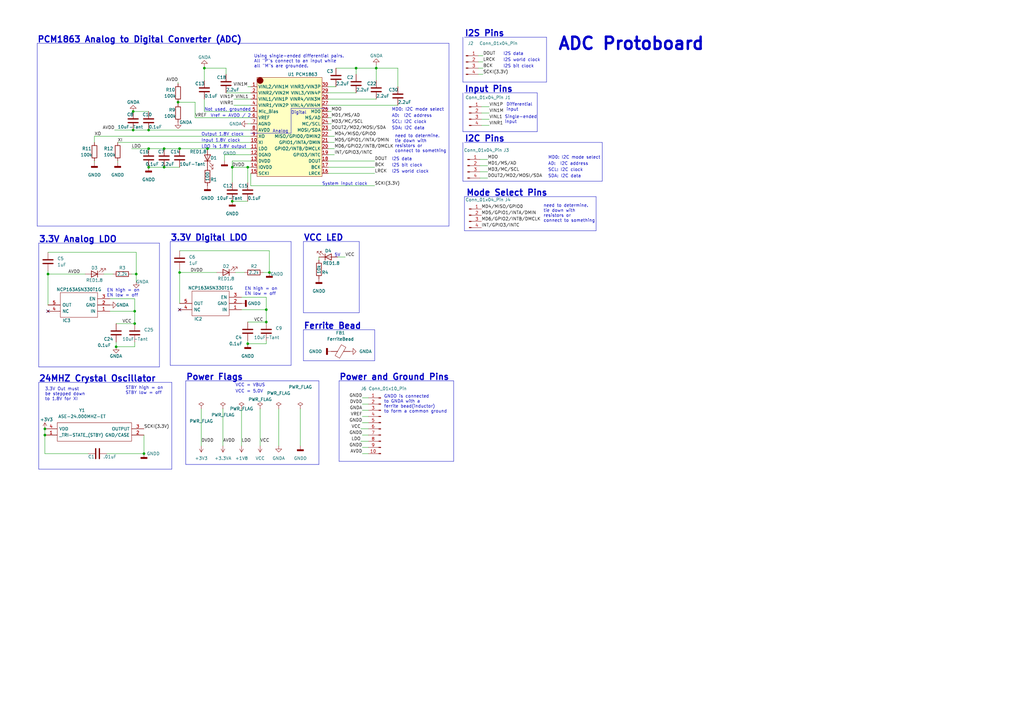
<source format=kicad_sch>
(kicad_sch (version 20230121) (generator eeschema)
  (paper "A3")
  (title_block (title "ADC Protoboard") (date "2023-03-11") (rev "v5") (company "Chameleon Engine 2023"))
  (lib_symbols
    (symbol "+1V8_1" (power) (pin_names (offset 0))
      (property "Value" "+1V8_1" (at 0 3.556 0))
      (symbol "+1V8_1_0_1"
        (polyline (pts (xy -0.762 1.27) (xy 0 2.54)))
        (polyline (pts (xy 0 0) (xy 0 2.54)))
        (polyline (pts (xy 0 2.54) (xy 0.762 1.27)))
      )
      (symbol "+1V8_1_1_1"
        (pin power_in line (at 0 0 90) (length 0) hide (name "+1V8") (number "1"))
      )
    )
    (symbol "Connector:Conn_01x04_Pin" (pin_names (offset 1.016) hide)
      (property "Reference" "J" (at 0 5.08 0))
      (property "Value" "Conn_01x04_Pin" (at 0 -7.62 0))
      (symbol "Conn_01x04_Pin_1_1"
        (polyline (pts (xy 1.27 -5.08) (xy 0.8636 -5.08)) (stroke (width 0.1524)))
        (polyline (pts (xy 1.27 -2.54) (xy 0.8636 -2.54)) (stroke (width 0.1524)))
        (polyline (pts (xy 1.27 0) (xy 0.8636 0)) (stroke (width 0.1524)))
        (polyline (pts (xy 1.27 2.54) (xy 0.8636 2.54)) (stroke (width 0.1524)))
        (rectangle (start 0.8636 -4.953) (end 0 -5.207) (stroke (width 0.1524)) (fill (type outline)))
        (rectangle (start 0.8636 -2.413) (end 0 -2.667) (stroke (width 0.1524)) (fill (type outline)))
        (rectangle (start 0.8636 0.127) (end 0 -0.127) (stroke (width 0.1524)) (fill (type outline)))
        (rectangle (start 0.8636 2.667) (end 0 2.413) (stroke (width 0.1524)) (fill (type outline)))
        (pin passive line (at 5.08 2.54 180) (length 3.81) (name "Pin_1") (number "1"))
        (pin passive line (at 5.08 0 180) (length 3.81) (name "Pin_2") (number "2"))
        (pin passive line (at 5.08 -2.54 180) (length 3.81) (name "Pin_3") (number "3"))
        (pin passive line (at 5.08 -5.08 180) (length 3.81) (name "Pin_4") (number "4"))
      )
    )
    (symbol "Connector:Conn_01x10_Pin" (pin_names (offset 1.016) hide)
      (property "Reference" "J" (at 0 12.7 0))
      (property "Value" "Conn_01x10_Pin" (at 0 -15.24 0))
      (symbol "Conn_01x10_Pin_1_1"
        (polyline (pts (xy 1.27 -12.7) (xy 0.8636 -12.7)) (stroke (width 0.1524)))
        (polyline (pts (xy 1.27 -10.16) (xy 0.8636 -10.16)) (stroke (width 0.1524)))
        (polyline (pts (xy 1.27 -7.62) (xy 0.8636 -7.62)) (stroke (width 0.1524)))
        (polyline (pts (xy 1.27 -5.08) (xy 0.8636 -5.08)) (stroke (width 0.1524)))
        (polyline (pts (xy 1.27 -2.54) (xy 0.8636 -2.54)) (stroke (width 0.1524)))
        (polyline (pts (xy 1.27 0) (xy 0.8636 0)) (stroke (width 0.1524)))
        (polyline (pts (xy 1.27 2.54) (xy 0.8636 2.54)) (stroke (width 0.1524)))
        (polyline (pts (xy 1.27 5.08) (xy 0.8636 5.08)) (stroke (width 0.1524)))
        (polyline (pts (xy 1.27 7.62) (xy 0.8636 7.62)) (stroke (width 0.1524)))
        (polyline (pts (xy 1.27 10.16) (xy 0.8636 10.16)) (stroke (width 0.1524)))
        (rectangle (start 0.8636 -12.573) (end 0 -12.827) (stroke (width 0.1524)) (fill (type outline)))
        (rectangle (start 0.8636 -10.033) (end 0 -10.287) (stroke (width 0.1524)) (fill (type outline)))
        (rectangle (start 0.8636 -7.493) (end 0 -7.747) (stroke (width 0.1524)) (fill (type outline)))
        (rectangle (start 0.8636 -4.953) (end 0 -5.207) (stroke (width 0.1524)) (fill (type outline)))
        (rectangle (start 0.8636 -2.413) (end 0 -2.667) (stroke (width 0.1524)) (fill (type outline)))
        (rectangle (start 0.8636 0.127) (end 0 -0.127) (stroke (width 0.1524)) (fill (type outline)))
        (rectangle (start 0.8636 2.667) (end 0 2.413) (stroke (width 0.1524)) (fill (type outline)))
        (rectangle (start 0.8636 5.207) (end 0 4.953) (stroke (width 0.1524)) (fill (type outline)))
        (rectangle (start 0.8636 7.747) (end 0 7.493) (stroke (width 0.1524)) (fill (type outline)))
        (rectangle (start 0.8636 10.287) (end 0 10.033) (stroke (width 0.1524)) (fill (type outline)))
        (pin passive line (at 5.08 10.16 180) (length 3.81) (name "Pin_1") (number "1"))
        (pin passive line (at 5.08 -12.7 180) (length 3.81) (name "Pin_10") (number "10"))
        (pin passive line (at 5.08 7.62 180) (length 3.81) (name "Pin_2") (number "2"))
        (pin passive line (at 5.08 5.08 180) (length 3.81) (name "Pin_3") (number "3"))
        (pin passive line (at 5.08 2.54 180) (length 3.81) (name "Pin_4") (number "4"))
        (pin passive line (at 5.08 0 180) (length 3.81) (name "Pin_5") (number "5"))
        (pin passive line (at 5.08 -2.54 180) (length 3.81) (name "Pin_6") (number "6"))
        (pin passive line (at 5.08 -5.08 180) (length 3.81) (name "Pin_7") (number "7"))
        (pin passive line (at 5.08 -7.62 180) (length 3.81) (name "Pin_8") (number "8"))
        (pin passive line (at 5.08 -10.16 180) (length 3.81) (name "Pin_9") (number "9"))
      )
    )
    (symbol "Device:C" (pin_numbers hide) (pin_names (offset 0.254))
      (property "Reference" "C" (at 0.635 2.54 0))
      (property "Value" "C" (at 0.635 -2.54 0))
      (symbol "C_0_1"
        (polyline (pts (xy -2.032 -0.762) (xy 2.032 -0.762)) (stroke (width 0.508)))
        (polyline (pts (xy -2.032 0.762) (xy 2.032 0.762)) (stroke (width 0.508)))
      )
      (symbol "C_1_1"
        (pin passive line (at 0 3.81 270) (length 2.794) (name "~") (number "1"))
        (pin passive line (at 0 -3.81 90) (length 2.794) (name "~") (number "2"))
      )
    )
    (symbol "Device:FerriteBead" (pin_numbers hide) (pin_names (offset 0))
      (property "Reference" "FB" (at -3.81 0.635 90))
      (property "Value" "FerriteBead" (at 3.81 0 90))
      (symbol "FerriteBead_0_1"
        (polyline (pts (xy 0 -1.27) (xy 0 -1.2192)))
        (polyline (pts (xy 0 1.27) (xy 0 1.2954)))
        (polyline (pts (xy -2.7686 0.4064) (xy -1.7018 2.2606) (xy 2.7686 -0.3048) (xy 1.6764 -2.159) (xy -2.7686 0.4064)))
      )
      (symbol "FerriteBead_1_1"
        (pin passive line (at 0 3.81 270) (length 2.54) (name "~") (number "1"))
        (pin passive line (at 0 -3.81 90) (length 2.54) (name "~") (number "2"))
      )
    )
    (symbol "Device:LED" (pin_numbers hide) (pin_names (offset 1.016) hide)
      (property "Reference" "D" (at 0 2.54 0))
      (property "Value" "LED" (at 0 -2.54 0))
      (symbol "LED_0_1"
        (polyline (pts (xy -1.27 -1.27) (xy -1.27 1.27)) (stroke (width 0.254)))
        (polyline (pts (xy -1.27 0) (xy 1.27 0)))
        (polyline (pts (xy 1.27 -1.27) (xy 1.27 1.27) (xy -1.27 0) (xy 1.27 -1.27)) (stroke (width 0.254)))
        (polyline (pts (xy -3.048 -0.762) (xy -4.572 -2.286) (xy -3.81 -2.286) (xy -4.572 -2.286) (xy -4.572 -1.524)))
        (polyline (pts (xy -1.778 -0.762) (xy -3.302 -2.286) (xy -2.54 -2.286) (xy -3.302 -2.286) (xy -3.302 -1.524)))
      )
      (symbol "LED_1_1"
        (pin passive line (at -3.81 0 0) (length 2.54) (name "K") (number "1"))
        (pin passive line (at 3.81 0 180) (length 2.54) (name "A") (number "2"))
      )
    )
    (symbol "Device:R" (pin_numbers hide) (pin_names (offset 0))
      (property "Reference" "R" (at 2.032 0 90))
      (property "Value" "R" (at 0 0 90))
      (symbol "R_0_1"
        (rectangle (start -1.016 -2.54) (end 1.016 2.54) (stroke (width 0.254)))
      )
      (symbol "R_1_1"
        (pin passive line (at 0 3.81 270) (length 1.27) (name "~") (number "1"))
        (pin passive line (at 0 -3.81 90) (length 1.27) (name "~") (number "2"))
      )
    )
    (symbol "PWR_FLAG_1" (power) (pin_numbers hide) (pin_names (offset 0) hide)
      (property "Value" "PWR_FLAG_1" (at 0 3.81 0))
      (symbol "PWR_FLAG_1_0_0"
        (pin power_out line (at 0 0 90) (length 0) (name "pwr") (number "1"))
      )
      (symbol "PWR_FLAG_1_0_1"
        (polyline (pts (xy 0 0) (xy 0 1.27) (xy -1.016 1.905) (xy 0 2.54) (xy 1.016 1.905) (xy 0 1.27)))
      )
    )
    (symbol "PWR_FLAG_4" (power) (pin_numbers hide) (pin_names (offset 0) hide)
      (property "Value" "PWR_FLAG_4" (at 0 3.81 0))
      (symbol "PWR_FLAG_4_0_0"
        (pin power_out line (at 0 0 90) (length 0) (name "pwr") (number "1"))
      )
      (symbol "PWR_FLAG_4_0_1"
        (polyline (pts (xy 0 0) (xy 0 1.27) (xy -1.016 1.905) (xy 0 2.54) (xy 1.016 1.905) (xy 0 1.27)))
      )
    )
    (symbol "VCC_3" (power) (pin_names (offset 0))
      (property "Value" "VCC_3" (at 0 3.81 0))
      (symbol "VCC_3_0_1"
        (polyline (pts (xy -0.762 1.27) (xy 0 2.54)))
        (polyline (pts (xy 0 0) (xy 0 2.54)))
        (polyline (pts (xy 0 2.54) (xy 0.762 1.27)))
      )
      (symbol "VCC_3_1_1"
        (pin power_in line (at 0 0 90) (length 0) hide (name "VCC") (number "1"))
      )
    )
    (symbol "custom_lib:ASE-24.000MHZ-ET" (pin_names (offset 0.762))
      (property "Reference" "Y" (at 46.99 7.62 0))
      (property "Value" "ASE-24.000MHZ-ET" (at 46.99 5.08 0))
      (symbol "ASE-24.000MHZ-ET_0_0"
        (pin passive line (at 10.16 -2.54 0) (length 5.08) (name "_TRI-STATE_(STBY)") (number "1"))
        (pin passive line (at 50.8 -2.54 180) (length 5.08) (name "GND/CASE") (number "2"))
        (pin passive line (at 50.8 0 180) (length 5.08) (name "OUTPUT") (number "3"))
        (pin passive line (at 10.16 0 0) (length 5.08) (name "VDD") (number "4"))
      )
      (symbol "ASE-24.000MHZ-ET_0_1"
        (polyline (pts (xy 15.24 2.54) (xy 45.72 2.54) (xy 45.72 -5.08) (xy 15.24 -5.08) (xy 15.24 2.54)) (stroke (width 0.1524)))
      )
    )
    (symbol "custom_lib:NCP163ASN330T1G" (pin_names (offset 0.762))
      (property "Reference" "IC" (at 21.59 7.62 0))
      (property "Value" "NCP163ASN330T1G" (at 21.59 5.08 0))
      (symbol "NCP163ASN330T1G_0_0"
        (pin passive line (at 0 0 0) (length 5.08) (name "IN") (number "1"))
        (pin passive line (at 0 -2.54 0) (length 5.08) (name "GND") (number "2"))
        (pin passive line (at 0 -5.08 0) (length 5.08) (name "EN") (number "3"))
        (pin no_connect line (at 25.4 0 180) (length 5.08) (name "NC") (number "4"))
        (pin passive line (at 25.4 -2.54 180) (length 5.08) (name "OUT") (number "5"))
      )
      (symbol "NCP163ASN330T1G_0_1"
        (polyline (pts (xy 5.08 2.54) (xy 20.32 2.54) (xy 20.32 -7.62) (xy 5.08 -7.62) (xy 5.08 2.54)) (stroke (width 0.1524)))
      )
    )
    (symbol "custom_lib:PCM1863"
      (property "Reference" "U" (at 25.4 1.27 0))
      (property "Value" "PCM1863" (at 7.62 1.27 0))
      (symbol "PCM1863_0_1"
        (rectangle (start 0 2.54) (end 26.67 -38.1) (fill (type background)))
        (circle (center 1.27 1.27) (radius 1.27) (fill (type outline)))
      )
      (symbol "PCM1863_1_1"
        (pin passive line (at -2.54 -1.27 0) (length 2.54) (name "VINL2/VIN1M") (number "1"))
        (pin passive line (at -2.54 -24.13 0) (length 2.54) (name "XI") (number "10"))
        (pin passive line (at -2.54 -26.67 0) (length 2.54) (name "LDO") (number "11"))
        (pin passive line (at -2.54 -29.21 0) (length 2.54) (name "DGND") (number "12"))
        (pin passive line (at -2.54 -31.75 0) (length 2.54) (name "DVDD") (number "13"))
        (pin passive line (at -2.54 -34.29 0) (length 2.54) (name "IOVDD") (number "14"))
        (pin passive line (at -2.54 -36.83 0) (length 2.54) (name "SCKI") (number "15"))
        (pin passive line (at 29.21 -36.83 180) (length 2.54) (name "LRCK") (number "16"))
        (pin passive line (at 29.21 -34.29 180) (length 2.54) (name "BCK") (number "17"))
        (pin passive line (at 29.21 -31.75 180) (length 2.54) (name "DOUT") (number "18"))
        (pin passive line (at 29.21 -29.21 180) (length 2.54) (name "GPIO3/INTC") (number "19"))
        (pin passive line (at -2.54 -3.81 0) (length 2.54) (name "VINR2/VIN2M") (number "2"))
        (pin passive line (at 29.21 -26.67 180) (length 2.54) (name "GPIO2/INTB/DMCLK") (number "20"))
        (pin passive line (at 29.21 -24.13 180) (length 2.54) (name "GPIO1/INTA/DMIN") (number "21"))
        (pin passive line (at 29.21 -21.59 180) (length 2.54) (name "MISO/GPIO0/DMIN2") (number "22"))
        (pin passive line (at 29.21 -19.05 180) (length 2.54) (name "MOSI/SDA") (number "23"))
        (pin passive line (at 29.21 -16.51 180) (length 2.54) (name "MC/SCL") (number "24"))
        (pin passive line (at 29.21 -13.97 180) (length 2.54) (name "MS/AD") (number "25"))
        (pin passive line (at 29.21 -11.43 180) (length 2.54) (name "MD0") (number "26"))
        (pin passive line (at 29.21 -8.89 180) (length 2.54) (name "VINL4/VIN4M") (number "27"))
        (pin passive line (at 29.21 -6.35 180) (length 2.54) (name "VINR4/VIN3M") (number "28"))
        (pin passive line (at 29.21 -3.81 180) (length 2.54) (name "VINL3/VIN4P") (number "29"))
        (pin passive line (at -2.54 -6.35 0) (length 2.54) (name "VINL1/VIN1P") (number "3"))
        (pin passive line (at 29.21 -1.27 180) (length 2.54) (name "VINR3/VIN3P") (number "30"))
        (pin passive line (at -2.54 -8.89 0) (length 2.54) (name "VINR1/VIN2P") (number "4"))
        (pin passive line (at -2.54 -11.43 0) (length 2.54) (name "Mic_Bias") (number "5"))
        (pin passive line (at -2.54 -13.97 0) (length 2.54) (name "VREF") (number "6"))
        (pin passive line (at -2.54 -16.51 0) (length 2.54) (name "AGND") (number "7"))
        (pin passive line (at -2.54 -19.05 0) (length 2.54) (name "AVDD") (number "8"))
        (pin passive line (at -2.54 -21.59 0) (length 2.54) (name "XO") (number "9"))
      )
    )
    (symbol "power:+3.3V" (power) (pin_names (offset 0))
      (property "Value" "+3.3V" (at 0 3.556 0))
      (symbol "+3.3V_0_1"
        (polyline (pts (xy -0.762 1.27) (xy 0 2.54)))
        (polyline (pts (xy 0 0) (xy 0 2.54)))
        (polyline (pts (xy 0 2.54) (xy 0.762 1.27)))
      )
      (symbol "+3.3V_1_1"
        (pin power_in line (at 0 0 90) (length 0) hide (name "+3V3") (number "1"))
      )
    )
    (symbol "power:+3.3VA" (power) (pin_names (offset 0))
      (property "Value" "+3.3VA" (at 0 3.556 0))
      (symbol "+3.3VA_0_1"
        (polyline (pts (xy -0.762 1.27) (xy 0 2.54)))
        (polyline (pts (xy 0 0) (xy 0 2.54)))
        (polyline (pts (xy 0 2.54) (xy 0.762 1.27)))
      )
      (symbol "+3.3VA_1_1"
        (pin power_in line (at 0 0 90) (length 0) hide (name "+3.3VA") (number "1"))
      )
    )
    (symbol "power:GNDA" (power) (pin_names (offset 0))
      (property "Value" "GNDA" (at 0 -3.81 0))
      (symbol "GNDA_0_1"
        (polyline (pts (xy 0 0) (xy 0 -1.27) (xy 1.27 -1.27) (xy 0 -2.54) (xy -1.27 -1.27) (xy 0 -1.27)))
      )
      (symbol "GNDA_1_1"
        (pin power_in line (at 0 0 270) (length 0) hide (name "GNDA") (number "1"))
      )
    )
    (symbol "power:GNDD" (power) (pin_names (offset 0))
      (property "Value" "GNDD" (at 0 -3.175 0))
      (symbol "GNDD_0_1"
        (rectangle (start -1.27 -1.524) (end 1.27 -2.032) (stroke (width 0.254)) (fill (type outline)))
        (polyline (pts (xy 0 0) (xy 0 -1.524)))
      )
      (symbol "GNDD_1_1"
        (pin power_in line (at 0 0 270) (length 0) hide (name "GNDD") (number "1"))
      )
    )
  )
  (junction (at 55.88 112.395))
  (junction (at 60.96 68.58))
  (junction (at 83.82 27.94))
  (junction (at 60.96 60.96))
  (junction (at 101.6 68.58))
  (junction (at 73.66 60.96))
  (junction (at 95.25 82.55))
  (junction (at 85.09 60.96))
  (junction (at 18.415 175.895))
  (junction (at 73.025 41.91))
  (junction (at 18.415 178.435))
  (junction (at 146.05 27.94))
  (junction (at 55.245 127.635))
  (junction (at 19.685 112.395))
  (junction (at 110.49 111.76))
  (junction (at 54.61 45.72))
  (junction (at 67.31 68.58))
  (junction (at 55.245 132.715))
  (junction (at 101.6 140.97))
  (junction (at 54.61 53.34))
  (junction (at 95.25 68.58))
  (junction (at 109.22 132.08))
  (junction (at 67.31 60.96))
  (junction (at 47.625 142.24))
  (junction (at 60.96 53.34))
  (junction (at 154.305 27.94))
  (junction (at 59.055 186.055))
  (junction (at 109.22 127))
  (junction (at 73.66 111.76))
  (no_connect (at 73.66 127))
  (no_connect (at 19.685 127.635))
  (polyline (pts (xy 190.5 80.645) (xy 190.5 94.615)))
  (wire (pts (xy 95.885 40.64) (xy 102.87 40.64)))
  (polyline (pts (xy 124.46 99.06) (xy 124.46 128.27)))
  (wire (pts (xy 200.66 48.895) (xy 197.485 48.895)))
  (wire (pts (xy 148.59 183.515) (xy 151.13 183.515)))
  (wire (pts (xy 146.05 27.94) (xy 154.305 27.94)))
  (wire (pts (xy 48.26 58.42) (xy 102.87 58.42)))
  (wire (pts (xy 67.31 60.96) (xy 60.96 60.96)))
  (wire (pts (xy 109.22 140.97) (xy 101.6 140.97)))
  (wire (pts (xy 146.05 27.94) (xy 146.05 30.48)))
  (wire (pts (xy 101.6 132.08) (xy 109.22 132.08)))
  (wire (pts (xy 95.25 66.04) (xy 95.25 68.58)))
  (polyline (pts (xy 15.24 17.78) (xy 184.15 17.78)))
  (wire (pts (xy 148.59 168.275) (xy 151.13 168.275)))
  (wire (pts (xy 134.62 48.26) (xy 135.89 48.26)))
  (wire (pts (xy 92.075 63.5) (xy 102.87 63.5)))
  (wire (pts (xy 38.735 55.88) (xy 102.87 55.88)))
  (wire (pts (xy 47.625 132.715) (xy 55.245 132.715)))
  (wire (pts (xy 107.95 111.76) (xy 110.49 111.76)))
  (wire (pts (xy 102.87 71.12) (xy 102.87 76.2)))
  (wire (pts (xy 134.62 66.04) (xy 153.67 66.04)))
  (wire (pts (xy 19.685 111.125) (xy 19.685 112.395)))
  (wire (pts (xy 198.12 30.48) (xy 196.215 30.48)))
  (wire (pts (xy 109.22 139.7) (xy 109.22 140.97)))
  (wire (pts (xy 38.735 66.04) (xy 38.735 66.675)))
  (wire (pts (xy 55.88 115.57) (xy 55.88 112.395)))
  (polyline (pts (xy 69.85 99.06) (xy 119.38 99.06)))
  (wire (pts (xy 200.025 65.405) (xy 196.85 65.405)))
  (polyline (pts (xy 247.015 74.295) (xy 247.015 58.42)))
  (wire (pts (xy 59.055 186.055) (xy 43.815 186.055)))
  (polyline (pts (xy 15.875 150.495) (xy 15.875 99.695)))
  (wire (pts (xy 60.96 68.58) (xy 67.31 68.58)))
  (wire (pts (xy 80.01 48.26) (xy 102.87 48.26)))
  (polyline (pts (xy 184.15 92.71) (xy 184.15 17.78)))
  (polyline (pts (xy 189.865 15.24) (xy 189.865 33.655)))
  (polyline (pts (xy 189.865 33.655) (xy 224.155 33.655)))
  (wire (pts (xy 109.22 127) (xy 99.06 127)))
  (polyline (pts (xy 124.46 147.955) (xy 153.67 147.955)))
  (polyline (pts (xy 147.32 99.06) (xy 147.32 128.27)))
  (wire (pts (xy 200.025 73.025) (xy 196.85 73.025)))
  (polyline (pts (xy 15.875 99.695) (xy 65.405 99.695)))
  (wire (pts (xy 163.195 27.94) (xy 154.305 27.94)))
  (wire (pts (xy 101.6 68.58) (xy 101.6 74.93)))
  (wire (pts (xy 95.885 43.18) (xy 102.87 43.18)))
  (wire (pts (xy 134.62 35.56) (xy 137.795 35.56)))
  (polyline (pts (xy 189.865 53.975) (xy 220.345 53.975)))
  (polyline (pts (xy 190.5 58.42) (xy 247.015 58.42)))
  (wire (pts (xy 198.12 25.4) (xy 196.215 25.4)))
  (polyline (pts (xy 153.67 147.955) (xy 153.67 135.255)))
  (wire (pts (xy 95.25 68.58) (xy 101.6 68.58)))
  (wire (pts (xy 106.68 167.64) (xy 106.68 182.88)))
  (wire (pts (xy 130.81 105.41) (xy 130.81 106.68)))
  (polyline (pts (xy 119.38 99.06) (xy 119.38 149.86)))
  (polyline (pts (xy 70.485 192.405) (xy 15.875 192.405)))
  (wire (pts (xy 18.415 175.895) (xy 18.415 178.435)))
  (wire (pts (xy 148.59 165.735) (xy 151.13 165.735)))
  (polyline (pts (xy 189.865 58.42) (xy 189.865 74.295)))
  (wire (pts (xy 55.245 127.635) (xy 45.085 127.635)))
  (polyline (pts (xy 102.87 54.61) (xy 119.38 54.61)))
  (wire (pts (xy 102.87 76.2) (xy 153.67 76.2)))
  (wire (pts (xy 154.305 26.67) (xy 154.305 27.94)))
  (polyline (pts (xy 76.2 156.21) (xy 130.81 156.21)))
  (polyline (pts (xy 119.38 44.45) (xy 134.62 44.45)))
  (wire (pts (xy 42.545 112.395) (xy 46.355 112.395)))
  (wire (pts (xy 198.12 27.94) (xy 196.215 27.94)))
  (wire (pts (xy 73.66 102.87) (xy 110.49 102.87)))
  (wire (pts (xy 60.96 53.34) (xy 102.87 53.34)))
  (polyline (pts (xy 15.24 17.78) (xy 15.24 92.71)))
  (wire (pts (xy 73.025 34.29) (xy 73.025 33.655)))
  (wire (pts (xy 200.025 67.945) (xy 196.85 67.945)))
  (wire (pts (xy 54.61 53.34) (xy 60.96 53.34)))
  (polyline (pts (xy 69.85 149.86) (xy 69.85 99.06)))
  (wire (pts (xy 19.685 112.395) (xy 19.685 125.095)))
  (wire (pts (xy 148.59 178.435) (xy 151.13 178.435)))
  (wire (pts (xy 134.62 55.88) (xy 137.16 55.88)))
  (wire (pts (xy 55.88 112.395) (xy 53.975 112.395)))
  (polyline (pts (xy 76.2 190.5) (xy 130.81 190.5)))
  (polyline (pts (xy 186.055 189.23) (xy 186.055 156.21)))
  (wire (pts (xy 53.975 60.96) (xy 60.96 60.96)))
  (wire (pts (xy 82.55 167.64) (xy 82.55 182.88)))
  (wire (pts (xy 110.49 102.87) (xy 110.49 111.76)))
  (wire (pts (xy 148.59 170.815) (xy 151.13 170.815)))
  (wire (pts (xy 48.26 66.675) (xy 48.26 66.04)))
  (polyline (pts (xy 190.5 15.24) (xy 224.155 15.24)))
  (wire (pts (xy 114.3 167.64) (xy 114.3 182.88)))
  (wire (pts (xy 73.025 41.91) (xy 80.01 41.91)))
  (wire (pts (xy 134.62 63.5) (xy 137.16 63.5)))
  (wire (pts (xy 148.59 186.055) (xy 151.13 186.055)))
  (wire (pts (xy 18.415 186.055) (xy 36.195 186.055)))
  (wire (pts (xy 148.59 163.195) (xy 151.13 163.195)))
  (wire (pts (xy 73.66 60.96) (xy 85.09 60.96)))
  (wire (pts (xy 109.22 127) (xy 109.22 132.08)))
  (wire (pts (xy 47.625 142.24) (xy 47.625 140.335)))
  (wire (pts (xy 45.085 122.555) (xy 55.245 122.555)))
  (wire (pts (xy 80.01 41.91) (xy 80.01 48.26)))
  (wire (pts (xy 147.955 180.975) (xy 151.13 180.975)))
  (polyline (pts (xy 190.5 94.615) (xy 244.475 94.615)))
  (wire (pts (xy 101.6 140.97) (xy 101.6 139.7)))
  (wire (pts (xy 138.43 105.41) (xy 141.605 105.41)))
  (wire (pts (xy 91.44 167.64) (xy 91.44 182.88)))
  (wire (pts (xy 123.19 167.64) (xy 123.19 182.88)))
  (wire (pts (xy 18.415 186.055) (xy 18.415 178.435)))
  (polyline (pts (xy 184.15 92.71) (xy 15.24 92.71)))
  (wire (pts (xy 198.12 22.86) (xy 196.215 22.86)))
  (wire (pts (xy 109.22 121.92) (xy 109.22 127)))
  (polyline (pts (xy 190.5 38.1) (xy 220.345 38.1)))
  (wire (pts (xy 83.82 45.72) (xy 102.87 45.72)))
  (wire (pts (xy 154.305 27.94) (xy 154.305 33.02)))
  (wire (pts (xy 96.52 111.76) (xy 100.33 111.76)))
  (polyline (pts (xy 124.46 135.255) (xy 124.46 147.955)))
  (polyline (pts (xy 189.865 38.1) (xy 189.865 53.975)))
  (wire (pts (xy 134.62 43.18) (xy 163.195 43.18)))
  (polyline (pts (xy 190.5 80.645) (xy 244.475 80.645)))
  (wire (pts (xy 46.99 53.34) (xy 54.61 53.34)))
  (wire (pts (xy 99.06 121.92) (xy 109.22 121.92)))
  (polyline (pts (xy 119.38 54.61) (xy 119.38 44.45)))
  (polyline (pts (xy 15.875 192.405) (xy 15.875 156.845)))
  (wire (pts (xy 134.62 40.64) (xy 154.305 40.64)))
  (wire (pts (xy 85.09 60.96) (xy 102.87 60.96)))
  (wire (pts (xy 148.59 173.355) (xy 151.13 173.355)))
  (wire (pts (xy 134.62 68.58) (xy 153.67 68.58)))
  (wire (pts (xy 59.055 178.435) (xy 59.055 186.055)))
  (polyline (pts (xy 224.155 33.655) (xy 224.155 15.24)))
  (wire (pts (xy 83.82 27.94) (xy 83.82 27.305)))
  (wire (pts (xy 83.82 33.02) (xy 83.82 27.94)))
  (polyline (pts (xy 139.065 156.21) (xy 186.055 156.21)))
  (wire (pts (xy 38.735 55.88) (xy 38.735 58.42)))
  (polyline (pts (xy 76.2 156.21) (xy 76.2 190.5)))
  (wire (pts (xy 55.245 142.24) (xy 55.245 140.335)))
  (wire (pts (xy 73.66 111.76) (xy 73.66 124.46)))
  (wire (pts (xy 200.66 46.355) (xy 197.485 46.355)))
  (wire (pts (xy 147.955 175.895) (xy 151.13 175.895)))
  (polyline (pts (xy 147.32 128.27) (xy 124.46 128.27)))
  (wire (pts (xy 134.62 38.1) (xy 146.05 38.1)))
  (polyline (pts (xy 70.485 156.845) (xy 70.485 192.405)))
  (wire (pts (xy 73.025 41.91) (xy 73.025 42.545)))
  (wire (pts (xy 92.71 30.48) (xy 92.71 27.94)))
  (wire (pts (xy 73.66 110.49) (xy 73.66 111.76)))
  (polyline (pts (xy 124.46 135.255) (xy 153.67 135.255)))
  (polyline (pts (xy 139.065 189.23) (xy 186.055 189.23)))
  (wire (pts (xy 134.62 71.12) (xy 153.67 71.12)))
  (wire (pts (xy 200.025 70.485) (xy 196.85 70.485)))
  (wire (pts (xy 92.71 38.1) (xy 102.87 38.1)))
  (wire (pts (xy 101.6 68.58) (xy 102.87 68.58)))
  (polyline (pts (xy 130.81 190.5) (xy 130.81 156.21)))
  (wire (pts (xy 19.685 103.505) (xy 55.88 103.505)))
  (wire (pts (xy 67.31 60.96) (xy 73.66 60.96)))
  (wire (pts (xy 83.82 40.64) (xy 83.82 45.72)))
  (wire (pts (xy 95.25 82.55) (xy 101.6 82.55)))
  (wire (pts (xy 55.88 103.505) (xy 55.88 112.395)))
  (wire (pts (xy 19.685 112.395) (xy 34.925 112.395)))
  (wire (pts (xy 92.075 66.04) (xy 92.075 63.5)))
  (wire (pts (xy 95.25 74.93) (xy 95.25 68.58)))
  (wire (pts (xy 55.245 122.555) (xy 55.245 127.635)))
  (polyline (pts (xy 65.405 99.695) (xy 65.405 150.495)))
  (polyline (pts (xy 119.38 149.86) (xy 69.85 149.86)))
  (wire (pts (xy 200.66 43.815) (xy 197.485 43.815)))
  (wire (pts (xy 134.62 58.42) (xy 137.16 58.42)))
  (polyline (pts (xy 189.865 74.295) (xy 247.015 74.295)))
  (wire (pts (xy 99.06 167.64) (xy 99.06 182.88)))
  (polyline (pts (xy 139.065 156.21) (xy 139.065 189.23)))
  (wire (pts (xy 101.6 35.56) (xy 102.87 35.56)))
  (polyline (pts (xy 244.475 94.615) (xy 244.475 80.645)))
  (wire (pts (xy 200.66 51.435) (xy 197.485 51.435)))
  (wire (pts (xy 163.195 27.94) (xy 163.195 35.56)))
  (wire (pts (xy 83.82 27.94) (xy 92.71 27.94)))
  (wire (pts (xy 137.795 27.94) (xy 146.05 27.94)))
  (polyline (pts (xy 220.345 53.975) (xy 220.345 38.1)))
  (wire (pts (xy 134.62 45.72) (xy 135.89 45.72)))
  (wire (pts (xy 67.31 68.58) (xy 73.66 68.58)))
  (wire (pts (xy 55.245 127.635) (xy 55.245 132.715)))
  (polyline (pts (xy 15.875 156.845) (xy 70.485 156.845)))
  (wire (pts (xy 134.62 53.34) (xy 135.89 53.34)))
  (wire (pts (xy 54.61 45.72) (xy 60.96 45.72)))
  (polyline (pts (xy 65.405 150.495) (xy 15.875 150.495)))
  (wire (pts (xy 134.62 50.8) (xy 135.89 50.8)))
  (wire (pts (xy 47.625 142.24) (xy 55.245 142.24)))
  (wire (pts (xy 134.62 60.96) (xy 137.16 60.96)))
  (polyline (pts (xy 124.46 99.06) (xy 147.32 99.06)))
  (wire (pts (xy 102.87 66.04) (xy 95.25 66.04)))
  (wire (pts (xy 73.66 111.76) (xy 88.9 111.76)))
  (wire (pts (xy 101.6 50.8) (xy 102.87 50.8)))
  (text "Digital\n" (at 119.38 46.99 0) (effects (font (size 1.27 1.27)) (justify left bottom)))
  (text "I2S world clock\n" (at 160.655 71.12 0) (effects (font (size 1.27 1.27)) (justify left bottom)))
  (text "Output 1.8V clock" (at 82.55 55.88 0) (effects (font (size 1.27 1.27)) (justify left bottom)))
  (text "5V" (at 137.16 105.41 0) (effects (font (size 1.27 1.27)) (justify left bottom)))
  (text "Vref = AVDD / 2" (at 86.36 48.26 0) (effects (font (size 1.27 1.27)) (justify left bottom)))
  (text "I2S data\n" (at 160.655 66.04 0) (effects (font (size 1.27 1.27)) (justify left bottom)))
  (text "MD0: I2C mode select\n" (at 224.79 65.405 0) (effects (font (size 1.27 1.27)) (justify left bottom)))
  (text "System input clock" (at 132.08 76.2 0) (effects (font (size 1.27 1.27)) (justify left bottom)))
  (text "need to determine.\ntie down with \nresistors or\nconnect to something\n\n" (at 222.885 93.345 0) (effects (font (size 1.27 1.27)) (justify left bottom)))
  (text "I2C Pins" (at 190.5 58.42 0) (effects (font (size 2.5 2.5) (thickness 0.5) bold) (justify left bottom)))
  (text "Power Flags\n" (at 76.2 156.21 0) (effects (font (size 2.5 2.5) (thickness 0.5) bold) (justify left bottom)))
  (text "STBY high = on\nSTBY low = off" (at 51.435 161.925 0) (effects (font (size 1.27 1.27)) (justify left bottom)))
  (text "SCL: I2C clock\n" (at 160.655 50.8 0) (effects (font (size 1.27 1.27)) (justify left bottom)))
  (text "I2S Pins" (at 190.5 15.24 0) (effects (font (size 2.5 2.5) (thickness 0.5) bold) (justify left bottom)))
  (text "MD0: I2C mode select\n" (at 160.655 45.72 0) (effects (font (size 1.27 1.27)) (justify left bottom)))
  (text "LDO is 1.8V output\n" (at 82.55 60.96 0) (effects (font (size 1.27 1.27)) (justify left bottom)))
  (text "GNDD is connected\nto GNDA with a \nferrite bead(inductor)\nto form a common ground\n" (at 157.48 169.545 0) (effects (font (size 1.27 1.27)) (justify left bottom)))
  (text "I2S bit clock" (at 160.655 68.58 0) (effects (font (size 1.27 1.27)) (justify left bottom)))
  (text "EN high = on\nEN low = off\n" (at 43.815 121.92 0) (effects (font (size 1.27 1.27)) (justify left bottom)))
  (text "PCM1863 Analog to Digital Converter (ADC)" (at 15.24 17.78 0) (effects (font (size 2.5 2.5) (thickness 0.5) bold) (justify left bottom)))
  (text "VCC LED" (at 124.46 99.06 0) (effects (font (size 2.5 2.5) (thickness 0.5) bold) (justify left bottom)))
  (text "ADC Protoboard" (at 228.6 20.955 0) (effects (font (size 5 5) bold) (justify left bottom)))
  (text "need to determine.\ntie down with \nresistors or\nconnect to something\n\n" (at 161.925 64.77 0) (effects (font (size 1.27 1.27)) (justify left bottom)))
  (text "SDA: I2C data" (at 160.655 53.34 0) (effects (font (size 1.27 1.27)) (justify left bottom)))
  (text "3.3V Analog LDO" (at 15.875 99.695 0) (effects (font (size 2.5 2.5) (thickness 0.5) bold) (justify left bottom)))
  (text "SCL: I2C clock\n" (at 224.79 70.485 0) (effects (font (size 1.27 1.27)) (justify left bottom)))
  (text "3.3V Out must\nbe stepped down\nto 1.8V for XI\n" (at 18.415 164.465 0) (effects (font (size 1.27 1.27)) (justify left bottom)))
  (text "Input 1.8V clock" (at 82.55 58.42 0) (effects (font (size 1.27 1.27)) (justify left bottom)))
  (text "3.3V Digital LDO" (at 69.85 99.06 0) (effects (font (size 2.5 2.5) (thickness 0.5) bold) (justify left bottom)))
  (text "I2S bit clock" (at 206.375 27.94 0) (effects (font (size 1.27 1.27)) (justify left bottom)))
  (text "Single-ended\ninput" (at 207.01 50.8 0) (effects (font (size 1.27 1.27)) (justify left bottom)))
  (text "Not used, grounded" (at 83.82 45.72 0) (effects (font (size 1.27 1.27)) (justify left bottom)))
  (text "VCC = VBUS\n" (at 96.52 158.75 0) (effects (font (size 1.27 1.27)) (justify left bottom)))
  (text "VCC = 5.0V\n" (at 96.52 161.29 0) (effects (font (size 1.27 1.27)) (justify left bottom)))
  (text "Ferrite Bead\n" (at 124.46 135.255 0) (effects (font (size 2.5 2.5) (thickness 0.5) bold) (justify left bottom)))
  (text "AD:  I2C address\n" (at 224.79 67.945 0) (effects (font (size 1.27 1.27)) (justify left bottom)))
  (text "SDA: I2C data" (at 224.79 73.025 0) (effects (font (size 1.27 1.27)) (justify left bottom)))
  (text "EN high = on\nEN low = off\n" (at 100.33 121.285 0) (effects (font (size 1.27 1.27)) (justify left bottom)))
  (text "Mode Select Pins" (at 191.135 80.645 0) (effects (font (size 2.5 2.5) (thickness 0.5) bold) (justify left bottom)))
  (text "Input Pins" (at 190.5 38.1 0) (effects (font (size 2.5 2.5) (thickness 0.5) bold) (justify left bottom)))
  (text "Power and Ground Pins" (at 139.065 156.21 0) (effects (font (size 2.5 2.5) (thickness 0.5) bold) (justify left bottom)))
  (text "AD:  I2C address\n" (at 160.655 48.26 0) (effects (font (size 1.27 1.27)) (justify left bottom)))
  (text "Differential\ninput\n" (at 207.645 45.72 0) (effects (font (size 1.27 1.27)) (justify left bottom)))
  (text "I2S data\n" (at 206.375 22.86 0) (effects (font (size 1.27 1.27)) (justify left bottom)))
  (text "24MHZ Crystal Oscillator" (at 15.875 156.845 0) (effects (font (size 2.5 2.5) (thickness 0.5) bold) (justify left bottom)))
  (text "Analog\n" (at 111.76 54.61 0) (effects (font (size 1.27 1.27)) (justify left bottom)))
  (text "Using single-ended differential pairs.\nAll \"P\"s connect to an input while\nall \"M\"s are grounded." (at 104.14 27.94 0) (effects (font (size 1.27 1.27)) (justify left bottom)))
  (text "I2S world clock\n" (at 206.375 25.4 0) (effects (font (size 1.27 1.27)) (justify left bottom)))
  (label "BCK" (at 198.12 27.94 0))
  (label "VIN1P" (at 200.66 43.815 0))
  (label "MD1{slash}MS{slash}AD" (at 200.025 67.945 0))
  (label "AVDD" (at 46.99 53.34 180))
  (label "VINR1" (at 95.885 43.18 180))
  (label "GNDD" (at 148.59 178.435 180))
  (label "LDO" (at 147.955 180.975 180))
  (label "LDO" (at 53.975 60.96 0))
  (label "INT{slash}GPIO3{slash}INTC" (at 197.485 93.345 0))
  (label "DOUT" (at 153.67 66.04 0))
  (label "GNDD" (at 148.59 183.515 180))
  (label "AVDD" (at 148.59 186.055 180))
  (label "MD1{slash}MS{slash}AD" (at 135.89 48.26 0))
  (label "MDO" (at 200.025 65.405 0))
  (label "DOUT2{slash}MD2{slash}MOSI{slash}SDA" (at 135.89 53.34 0))
  (label "VINL1" (at 96.52 40.64 0))
  (label "LRCK" (at 153.67 71.12 0))
  (label "GNDD" (at 148.59 173.355 180))
  (label "VCC" (at 106.68 181.61 0))
  (label "MD3{slash}MC{slash}SCL" (at 135.89 50.8 0))
  (label "VIN1P" (at 95.885 40.64 180))
  (label "VREF" (at 80.01 48.26 0))
  (label "LDO" (at 99.06 181.61 0))
  (label "VIN1M" (at 200.66 46.355 0))
  (label "AVDD" (at 73.025 33.655 180))
  (label "DOUT2{slash}MD2{slash}MOSI{slash}SDA" (at 200.025 73.025 0))
  (label "VCC" (at 104.14 132.08 0))
  (label "DOUT" (at 198.12 22.86 0))
  (label "DVDD" (at 100.33 68.58 180))
  (label "MD4{slash}MISO{slash}GPIO0" (at 197.485 85.725 0))
  (label "MD4{slash}MISO{slash}GPIO0" (at 137.16 55.88 0))
  (label "GNDA" (at 148.59 168.275 180))
  (label "VINR1" (at 200.66 51.435 0))
  (label "MDO" (at 135.89 45.72 0))
  (label "VCC" (at 50.165 132.715 0))
  (label "MD6{slash}GPIO2{slash}INTB{slash}DMCLK" (at 197.485 90.805 0))
  (label "MD6{slash}GPIO2{slash}INTB{slash}DMCLK" (at 137.16 60.96 0))
  (label "DVDD" (at 82.55 181.61 0))
  (label "VCC" (at 141.605 105.41 0))
  (label "SCKI(3.3V)" (at 59.055 175.895 0))
  (label "DVDD" (at 148.59 165.735 180))
  (label "VCC" (at 147.955 175.895 180))
  (label "GNDD" (at 148.59 163.195 180))
  (label "VIN1M" (at 101.6 35.56 180))
  (label "MD5{slash}GPIO1{slash}INTA{slash}DMIN" (at 137.16 58.42 0))
  (label "SCKI(3.3V)" (at 153.67 76.2 0))
  (label "XO" (at 38.735 55.88 0))
  (label "BCK" (at 153.67 68.58 0))
  (label "MD3{slash}MC{slash}SCL" (at 200.025 70.485 0))
  (label "INT{slash}GPIO3{slash}INTC" (at 137.16 63.5 0))
  (label "AVDD" (at 27.94 112.395 0))
  (label "VREF" (at 148.59 170.815 180))
  (label "SCKI(3.3V)" (at 198.12 30.48 0))
  (label "VINL1" (at 200.66 48.895 0))
  (label "LRCK" (at 198.12 25.4 0))
  (label "AVDD" (at 91.44 181.61 0))
  (label "XI" (at 48.26 58.42 0))
  (label "MD5{slash}GPIO1{slash}INTA{slash}DMIN" (at 197.485 88.265 0))
  (label "DVDD" (at 78.105 111.76 0))
  (symbol (lib_id "power:GNDD") (at 135.89 144.145 270) (unit 1)
    (property "Reference" "#PWR0138" (effects hide))
    (property "Value" "GNDD" (at 132.08 144.1449 90) (effects (justify right)))
  )
  (symbol (lib_id "Device:C") (at 19.685 107.315 0) (unit 1)
    (property "Reference" "C5" (at 23.495 106.0449 0) (effects (justify left)))
    (property "Value" "1uF" (at 23.495 108.5849 0) (effects (justify left)))
    (property "Footprint" "Capacitor_SMD:C_0603_1608Metric_Pad1.08x0.95mm_HandSolder" (effects hide))
  )
  (symbol (lib_id "Device:LED") (at 134.62 105.41 0) (mirror x) (unit 1)
    (property "Reference" "D4" (at 134.62 102.87 0))
    (property "Value" "RED1.8" (at 135.89 107.95 0))
    (property "Footprint" "LED_SMD:LED_0603_1608Metric_Pad1.05x0.95mm_HandSolder" (effects hide))
  )
  (symbol (lib_id "Device:C") (at 154.305 36.83 0) (unit 1)
    (property "Reference" "C22" (at 150.495 34.29 0) (effects (justify left)))
    (property "Value" "2.2uF" (at 154.305 39.37 0) (effects (justify left)))
    (property "Footprint" "Capacitor_SMD:C_0603_1608Metric_Pad1.08x0.95mm_HandSolder" (effects hide))
  )
  (symbol (lib_id "Device:C") (at 40.005 186.055 90) (unit 1)
    (property "Reference" "C1" (at 37.465 187.325 90))
    (property "Value" ".01uF" (at 45.085 187.325 90))
    (property "Footprint" "Capacitor_SMD:C_0603_1608Metric_Pad1.08x0.95mm_HandSolder" (effects hide))
  )
  (symbol (lib_name "PWR_FLAG_4") (lib_id "power:PWR_FLAG") (at 106.68 167.64 0) (unit 1)
    (property "Reference" "#FLG0102" (effects hide))
    (property "Value" "PWR_FLAG" (at 106.68 163.83 0))
  )
  (symbol (lib_id "power:GNDD") (at 59.055 186.055 0) (unit 1)
    (property "Reference" "#PWR08" (effects hide))
    (property "Value" "GNDD" (at 62.865 186.055 0))
  )
  (symbol (lib_id "Connector:Conn_01x04_Pin") (at 192.405 46.355 0) (unit 1)
    (property "Reference" "J1" (at 208.28 40.005 0))
    (property "Value" "Conn_01x04_Pin" (at 198.755 40.005 0))
    (property "Footprint" "Connector_PinHeader_2.54mm:PinHeader_1x04_P2.54mm_Vertical" (effects hide))
  )
  (symbol (lib_name "PWR_FLAG_1") (lib_id "power:PWR_FLAG") (at 99.06 167.64 0) (unit 1)
    (property "Reference" "#FLG0103" (effects hide))
    (property "Value" "PWR_FLAG" (at 99.06 167.64 0))
  )
  (symbol (lib_id "Device:FerriteBead") (at 139.7 144.145 90) (unit 1)
    (property "Reference" "FB1" (at 139.6492 136.525 90))
    (property "Value" "FerriteBead" (at 139.6492 139.065 90))
    (property "Footprint" "Inductor_SMD:L_0603_1608Metric_Pad1.05x0.95mm_HandSolder" (effects hide))
    (property "Datasheet" "https://media.digikey.com/pdf/Data%20Sheets/Laird%20Technologies/EMI_Filtering_and_RF_Inductors.pdf" (effects hide))
  )
  (symbol (lib_name "PWR_FLAG_4") (lib_id "power:PWR_FLAG") (at 123.19 167.64 0) (unit 1)
    (property "Reference" "#FLG0105" (effects hide))
    (property "Value" "PWR_FLAG" (at 123.19 158.75 0))
  )
  (symbol (lib_id "custom_lib:NCP163ASN330T1G") (at 45.085 127.635 180) (unit 1)
    (property "Reference" "IC3" (at 27.305 131.445 0))
    (property "Value" "NCP163ASN330T1G" (at 32.385 118.745 0))
    (property "Footprint" "custom_lib:SOT95P280X145-5N" (effects hide))
    (property "Datasheet" "https://componentsearchengine.com/Datasheets/2/NCP163ASN330T1G.pdf" (effects hide))
    (property "Description" "ON SEMICONDUCTOR - NCP163ASN330T1G - Fixed LDO Voltage Regulator, 2.2V to 5.5V, 105mV drop, 3.3V/250mA out, SOT-23-5" (effects hide))
    (property "Height" "1.45" (effects hide))
    (property "Manufacturer_Name" "onsemi" (effects hide))
    (property "Manufacturer_Part_Number" "NCP163ASN330T1G" (effects hide))
    (property "Mouser Part Number" "863-NCP163ASN330T1G" (effects hide))
    (property "Mouser Price/Stock" "https://www.mouser.co.uk/ProductDetail/onsemi/NCP163ASN330T1G?qs=vLWxofP3U2ykJIQb1%252BPKcA%3D%3D" (effects hide))
    (property "Arrow Part Number" "NCP163ASN330T1G" (effects hide))
    (property "Arrow Price/Stock" "https://www.arrow.com/en/products/ncp163asn330t1g/on-semiconductor?region=nac" (effects hide))
  )
  (symbol (lib_id "power:GNDA") (at 154.305 26.67 180) (unit 1)
    (property "Reference" "#PWR0106" (effects hide))
    (property "Value" "GNDA" (at 151.765 22.86 0) (effects (justify right)))
  )
  (symbol (lib_id "Device:C") (at 67.31 64.77 0) (unit 1)
    (property "Reference" "C7" (at 64.77 62.23 0) (effects (justify left)))
    (property "Value" "2.2uF" (at 66.04 67.31 0) (effects (justify left)))
    (property "Footprint" "Capacitor_SMD:C_0603_1608Metric_Pad1.08x0.95mm_HandSolder" (effects hide))
  )
  (symbol (lib_id "power:+3.3V") (at 18.415 175.895 0) (unit 1)
    (property "Reference" "#PWR04" (effects hide))
    (property "Value" "+3.3V" (at 19.05 172.085 0))
  )
  (symbol (lib_id "Connector:Conn_01x04_Pin") (at 191.77 67.945 0) (unit 1)
    (property "Reference" "J3" (at 207.645 61.595 0))
    (property "Value" "Conn_01x04_Pin" (at 198.12 61.595 0))
    (property "Footprint" "Connector_PinHeader_2.54mm:PinHeader_1x04_P2.54mm_Vertical" (effects hide))
  )
  (symbol (lib_id "Connector:Conn_01x04_Pin") (at 191.135 25.4 0) (unit 1)
    (property "Reference" "J2" (at 193.04 17.78 0))
    (property "Value" "Conn_01x04_Pin" (at 204.47 17.78 0))
    (property "Footprint" "Connector_PinHeader_2.54mm:PinHeader_1x04_P2.54mm_Vertical" (effects hide))
  )
  (symbol (lib_id "power:GNDA") (at 143.51 144.145 90) (unit 1)
    (property "Reference" "#PWR0139" (effects hide))
    (property "Value" "GNDA" (at 147.32 144.1449 90) (effects (justify right)))
  )
  (symbol (lib_id "power:GNDA") (at 45.085 125.095 90) (unit 1)
    (property "Reference" "#PWR0110" (effects hide))
    (property "Value" "GNDA" (at 47.625 125.095 90) (effects (justify right)))
  )
  (symbol (lib_id "power:GNDD") (at 60.96 68.58 0) (unit 1)
    (property "Reference" "#PWR0147" (effects hide))
    (property "Value" "GNDD" (at 60.96 73.66 0))
  )
  (symbol (lib_id "power:GNDA") (at 73.025 50.165 0) (unit 1)
    (property "Reference" "#PWR01" (effects hide))
    (property "Value" "GNDA" (at 78.74 50.165 0) (effects (justify right)))
  )
  (symbol (lib_id "Device:C") (at 60.96 64.77 0) (unit 1)
    (property "Reference" "C16" (at 57.15 62.23 0) (effects (justify left)))
    (property "Value" "0.1uF" (at 59.69 67.31 0) (effects (justify left)))
    (property "Footprint" "Capacitor_SMD:C_0603_1608Metric_Pad1.08x0.95mm_HandSolder" (effects hide))
  )
  (symbol (lib_id "power:GNDD") (at 101.6 140.97 0) (unit 1)
    (property "Reference" "#PWR0115" (effects hide))
    (property "Value" "GNDD" (at 101.6 146.05 0))
  )
  (symbol (lib_id "Device:C") (at 83.82 36.83 0) (unit 1)
    (property "Reference" "C13" (at 80.01 34.29 0) (effects (justify left)))
    (property "Value" "0.1uF" (at 83.82 39.37 0) (effects (justify left)))
    (property "Footprint" "Capacitor_SMD:C_0603_1608Metric_Pad1.08x0.95mm_HandSolder" (effects hide))
  )
  (symbol (lib_name "+1V8_1") (lib_id "power:+1V8") (at 99.06 182.88 180) (unit 1)
    (property "Reference" "#PWR0113" (effects hide))
    (property "Value" "+1V8" (at 99.06 187.96 0))
  )
  (symbol (lib_id "Device:LED") (at 85.09 64.77 90) (unit 1)
    (property "Reference" "D1" (at 87.63 64.77 90))
    (property "Value" "RED1.8" (at 81.28 62.23 90))
    (property "Footprint" "LED_SMD:LED_0603_1608Metric_Pad1.05x0.95mm_HandSolder" (effects hide))
  )
  (symbol (lib_id "power:GNDD") (at 92.075 66.04 0) (unit 1)
    (property "Reference" "#PWR0142" (effects hide))
    (property "Value" "GNDD" (at 91.44 62.865 0) (effects (justify left)))
  )
  (symbol (lib_id "Device:C") (at 95.25 78.74 0) (unit 1)
    (property "Reference" "C12" (at 91.44 76.2 0) (effects (justify left)))
    (property "Value" "10uF-Tant" (at 88.9 81.28 0) (effects (justify left)))
    (property "Footprint" "Capacitor_SMD:C_0603_1608Metric_Pad1.08x0.95mm_HandSolder" (effects hide))
  )
  (symbol (lib_id "Connector:Conn_01x10_Pin") (at 156.21 173.355 0) (mirror y) (unit 1)
    (property "Reference" "J6" (at 147.955 159.385 0) (effects (justify right)))
    (property "Value" "Conn_01x10_Pin" (at 151.13 159.385 0) (effects (justify right)))
    (property "Footprint" "Connector_PinHeader_2.54mm:PinHeader_1x10_P2.54mm_Vertical" (effects hide))
  )
  (symbol (lib_id "Device:C") (at 92.71 34.29 0) (unit 1)
    (property "Reference" "C18" (at 88.9 31.75 0) (effects (justify left)))
    (property "Value" "2.2uF" (at 92.71 36.83 0) (effects (justify left)))
    (property "Footprint" "Capacitor_SMD:C_0603_1608Metric_Pad1.08x0.95mm_HandSolder" (effects hide))
  )
  (symbol (lib_id "power:GNDD") (at 123.19 182.88 0) (unit 1)
    (property "Reference" "#PWR0123" (effects hide))
    (property "Value" "GNDD" (at 123.19 187.96 0))
  )
  (symbol (lib_id "power:GNDD") (at 130.81 114.3 0) (unit 1)
    (property "Reference" "#PWR0114" (effects hide))
    (property "Value" "GNDD" (at 130.81 119.38 0))
  )
  (symbol (lib_id "Device:C") (at 47.625 136.525 0) (unit 1)
    (property "Reference" "C24" (at 42.545 139.065 0) (effects (justify left)))
    (property "Value" "0.1uF" (at 40.005 141.605 0) (effects (justify left)))
    (property "Footprint" "Capacitor_SMD:C_0603_1608Metric_Pad1.08x0.95mm_HandSolder" (effects hide))
  )
  (symbol (lib_id "Device:C") (at 101.6 78.74 0) (unit 1)
    (property "Reference" "C15" (at 97.79 76.2 0) (effects (justify left)))
    (property "Value" "0.1uF" (at 101.6 81.28 0) (effects (justify left)))
    (property "Footprint" "Capacitor_SMD:C_0603_1608Metric_Pad1.08x0.95mm_HandSolder" (effects hide))
  )
  (symbol (lib_id "custom_lib:PCM1863") (at 105.41 34.29 0) (unit 1)
    (property "Reference" "U1" (at 119.38 30.48 0))
    (property "Value" "PCM1863" (at 125.73 30.48 0))
    (property "Footprint" "Package_SO:TSSOP-30_4.4x7.8mm_P0.5mm" (effects hide))
    (property "Datasheet" "https://www.ti.com/general/docs/suppproductinfo.tsp?distId=10&gotoUrl=https%3A%2F%2Fwww.ti.com%2Flit%2Fgpn%2Fpcm1861-q1" (effects hide))
  )
  (symbol (lib_id "Device:C") (at 55.245 136.525 0) (unit 1)
    (property "Reference" "C25" (at 59.055 135.2549 0) (effects (justify left)))
    (property "Value" "10uF-Tant" (at 50.165 139.065 0) (effects (justify left)))
    (property "Footprint" "Capacitor_SMD:C_0603_1608Metric_Pad1.08x0.95mm_HandSolder" (effects hide))
  )
  (symbol (lib_id "Device:R") (at 73.025 46.355 180) (unit 1)
    (property "Reference" "R9" (at 69.215 45.085 0) (effects (justify right)))
    (property "Value" "100k" (at 67.31 47.625 0) (effects (justify right)))
    (property "Footprint" "Resistor_SMD:R_0603_1608Metric_Pad0.98x0.95mm_HandSolder" (effects hide))
  )
  (symbol (lib_id "power:GNDD") (at 99.06 124.46 90) (unit 1)
    (property "Reference" "#PWR0111" (effects hide))
    (property "Value" "GNDD" (at 101.6 124.46 90) (effects (justify right)))
  )
  (symbol (lib_name "PWR_FLAG_4") (lib_id "power:PWR_FLAG") (at 114.3 167.64 0) (unit 1)
    (property "Reference" "#FLG0106" (effects hide))
    (property "Value" "PWR_FLAG" (at 114.3 161.29 0))
  )
  (symbol (lib_name "PWR_FLAG_4") (lib_id "power:PWR_FLAG") (at 91.44 167.64 0) (unit 1)
    (property "Reference" "#FLG0104" (effects hide))
    (property "Value" "PWR_FLAG" (at 91.44 170.18 0))
  )
  (symbol (lib_id "power:+3.3VA") (at 91.44 182.88 180) (unit 1)
    (property "Reference" "#PWR06" (effects hide))
    (property "Value" "+3.3VA" (at 91.44 187.96 0))
  )
  (symbol (lib_id "power:GNDD") (at 110.49 111.76 0) (unit 1)
    (property "Reference" "#PWR0119" (effects hide))
    (property "Value" "GNDD" (at 116.205 112.395 0) (effects (justify right)))
  )
  (symbol (lib_id "Device:C") (at 73.66 64.77 0) (unit 1)
    (property "Reference" "C14" (at 69.85 62.23 0) (effects (justify left)))
    (property "Value" "10uF-Tant" (at 73.66 67.31 0) (effects (justify left)))
    (property "Footprint" "Capacitor_SMD:C_0603_1608Metric_Pad1.08x0.95mm_HandSolder" (effects hide))
  )
  (symbol (lib_id "Device:LED") (at 92.71 111.76 180) (unit 1)
    (property "Reference" "D2" (at 92.71 109.22 0))
    (property "Value" "RED1.8" (at 92.71 114.3 0))
    (property "Footprint" "LED_SMD:LED_0603_1608Metric_Pad1.05x0.95mm_HandSolder" (effects hide))
  )
  (symbol (lib_id "Device:C") (at 60.96 49.53 0) (mirror y) (unit 1)
    (property "Reference" "C10" (at 58.42 46.99 0) (effects (justify right)))
    (property "Value" "0.1uF" (at 60.96 52.07 0) (effects (justify right)))
    (property "Footprint" "Capacitor_SMD:C_0603_1608Metric_Pad1.08x0.95mm_HandSolder" (effects hide))
  )
  (symbol (lib_name "VCC_3") (lib_id "power:VCC") (at 106.68 182.88 180) (unit 1)
    (property "Reference" "#PWR0116" (effects hide))
    (property "Value" "VCC" (at 106.68 187.96 0))
  )
  (symbol (lib_id "Device:R") (at 130.81 110.49 180) (unit 1)
    (property "Reference" "R4" (at 133.35 111.76 0))
    (property "Value" "10k" (at 130.81 110.49 90))
    (property "Footprint" "Resistor_SMD:R_0603_1608Metric_Pad0.98x0.95mm_HandSolder" (effects hide))
  )
  (symbol (lib_id "Device:R") (at 104.14 111.76 90) (unit 1)
    (property "Reference" "R2" (at 104.14 109.22 90))
    (property "Value" "2.2k" (at 104.14 111.76 90))
    (property "Footprint" "Resistor_SMD:R_0603_1608Metric_Pad0.98x0.95mm_HandSolder" (effects hide))
  )
  (symbol (lib_id "power:GNDA") (at 101.6 50.8 270) (unit 1)
    (property "Reference" "#PWR0141" (effects hide))
    (property "Value" "GNDA" (at 93.98 50.8 90) (effects (justify left)))
  )
  (symbol (lib_id "custom_lib:ASE-24.000MHZ-ET") (at 8.255 175.895 0) (unit 1)
    (property "Reference" "Y1" (at 33.655 168.275 0))
    (property "Value" "ASE-24.000MHZ-ET" (at 33.655 170.815 0))
    (property "Footprint" "custom_lib:ASE24000MHZET" (effects hide))
    (property "Datasheet" "https://abracon.com/Oscillators/ASEseries.pdf" (effects hide))
    (property "Description" "ABRACON - ASE-24.000MHZ-ET - Oscillator, 24 MHz, 100 ppm, SMD, 3.2mm x 2.5mm, LVCMOS, 3.3 V, ASE Series" (effects hide))
    (property "Height" "1.2" (effects hide))
    (property "Manufacturer_Name" "ABRACON" (effects hide))
    (property "Manufacturer_Part_Number" "ASE-24.000MHZ-ET" (effects hide))
    (property "Mouser Part Number" "815-ASE24.000MHZET" (effects hide))
    (property "Mouser Price/Stock" "https://www.mouser.co.uk/ProductDetail/ABRACON/ASE-24000MHZ-ET?qs=uDmhV2jwPRdw4GrVOJ4VTQ%3D%3D" (effects hide))
    (property "Arrow Part Number" "ASE-24.000MHZ-ET" (effects hide))
    (property "Arrow Price/Stock" "https://www.arrow.com/en/products/ase-24.000mhz-et/abracon" (effects hide))
  )
  (symbol (lib_id "Device:R") (at 85.09 72.39 0) (unit 1)
    (property "Reference" "R1" (at 87.63 73.66 0))
    (property "Value" "100" (at 85.09 72.39 90))
    (property "Footprint" "Resistor_SMD:R_0603_1608Metric_Pad0.98x0.95mm_HandSolder" (effects hide))
  )
  (symbol (lib_id "power:GNDD") (at 48.26 66.675 0) (unit 1)
    (property "Reference" "#PWR02" (effects hide))
    (property "Value" "GNDD" (at 48.26 71.755 0))
  )
  (symbol (lib_id "power:GNDA") (at 47.625 142.24 0) (unit 1)
    (property "Reference" "#PWR0122" (effects hide))
    (property "Value" "GNDA" (at 50.165 146.05 0) (effects (justify right)))
  )
  (symbol (lib_id "Connector:Conn_01x04_Pin") (at 192.405 88.265 0) (unit 1)
    (property "Reference" "J4" (at 208.28 81.915 0))
    (property "Value" "Conn_01x04_Pin" (at 198.755 81.915 0))
    (property "Footprint" "Connector_PinHeader_2.54mm:PinHeader_1x04_P2.54mm_Vertical" (effects hide))
  )
  (symbol (lib_id "power:GNDA") (at 54.61 45.72 180) (unit 1)
    (property "Reference" "#PWR0153" (effects hide))
    (property "Value" "GNDA" (at 52.07 41.91 0) (effects (justify right)))
  )
  (symbol (lib_id "Device:R") (at 73.025 38.1 180) (unit 1)
    (property "Reference" "R10" (at 67.945 36.83 0) (effects (justify right)))
    (property "Value" "100k" (at 67.31 39.37 0) (effects (justify right)))
    (property "Footprint" "Resistor_SMD:R_0603_1608Metric_Pad0.98x0.95mm_HandSolder" (effects hide))
  )
  (symbol (lib_id "Device:C") (at 109.22 135.89 0) (unit 1)
    (property "Reference" "C9" (at 113.03 134.6199 0) (effects (justify left)))
    (property "Value" "10uF-Tant" (at 104.14 138.43 0) (effects (justify left)))
    (property "Footprint" "Capacitor_SMD:C_0603_1608Metric_Pad1.08x0.95mm_HandSolder" (effects hide))
  )
  (symbol (lib_id "Device:LED") (at 38.735 112.395 180) (unit 1)
    (property "Reference" "D3" (at 38.735 109.855 0))
    (property "Value" "RED1.8" (at 38.735 114.935 0))
    (property "Footprint" "LED_SMD:LED_0603_1608Metric_Pad1.05x0.95mm_HandSolder" (effects hide))
  )
  (symbol (lib_id "custom_lib:NCP163ASN330T1G") (at 99.06 127 180) (unit 1)
    (property "Reference" "IC2" (at 81.28 130.81 0))
    (property "Value" "NCP163ASN330T1G" (at 86.36 118.11 0))
    (property "Footprint" "custom_lib:SOT95P280X145-5N" (effects hide))
    (property "Datasheet" "https://componentsearchengine.com/Datasheets/2/NCP163ASN330T1G.pdf" (effects hide))
    (property "Description" "ON SEMICONDUCTOR - NCP163ASN330T1G - Fixed LDO Voltage Regulator, 2.2V to 5.5V, 105mV drop, 3.3V/250mA out, SOT-23-5" (effects hide))
    (property "Height" "1.45" (effects hide))
    (property "Manufacturer_Name" "onsemi" (effects hide))
    (property "Manufacturer_Part_Number" "NCP163ASN330T1G" (effects hide))
    (property "Mouser Part Number" "863-NCP163ASN330T1G" (effects hide))
    (property "Mouser Price/Stock" "https://www.mouser.co.uk/ProductDetail/onsemi/NCP163ASN330T1G?qs=vLWxofP3U2ykJIQb1%252BPKcA%3D%3D" (effects hide))
    (property "Arrow Part Number" "NCP163ASN330T1G" (effects hide))
    (property "Arrow Price/Stock" "https://www.arrow.com/en/products/ncp163asn330t1g/on-semiconductor?region=nac" (effects hide))
  )
  (symbol (lib_id "power:GNDD") (at 38.735 66.675 0) (unit 1)
    (property "Reference" "#PWR03" (effects hide))
    (property "Value" "GNDD" (at 38.735 71.755 0))
  )
  (symbol (lib_id "power:GNDA") (at 83.82 27.305 180) (unit 1)
    (property "Reference" "#PWR0105" (effects hide))
    (property "Value" "GNDA" (at 81.28 23.495 0) (effects (justify right)))
  )
  (symbol (lib_id "Device:R") (at 38.735 62.23 180) (unit 1)
    (property "Reference" "R11" (at 33.655 60.96 0) (effects (justify right)))
    (property "Value" "100k" (at 33.02 63.5 0) (effects (justify right)))
    (property "Footprint" "Resistor_SMD:R_0603_1608Metric_Pad0.98x0.95mm_HandSolder" (effects hide))
  )
  (symbol (lib_id "Device:C") (at 101.6 135.89 0) (unit 1)
    (property "Reference" "C4" (at 96.52 138.43 0) (effects (justify left)))
    (property "Value" "0.1uF" (at 93.98 140.97 0) (effects (justify left)))
    (property "Footprint" "Capacitor_SMD:C_0603_1608Metric_Pad1.08x0.95mm_HandSolder" (effects hide))
  )
  (symbol (lib_id "power:+3.3V") (at 82.55 182.88 180) (unit 1)
    (property "Reference" "#PWR05" (effects hide))
    (property "Value" "+3.3V" (at 82.55 187.96 0))
  )
  (symbol (lib_id "Device:C") (at 54.61 49.53 0) (unit 1)
    (property "Reference" "C8" (at 52.07 46.99 0) (effects (justify left)))
    (property "Value" "10uF-Tant" (at 48.26 52.07 0) (effects (justify left)))
    (property "Footprint" "Capacitor_SMD:C_0603_1608Metric_Pad1.08x0.95mm_HandSolder" (effects hide))
  )
  (symbol (lib_id "Device:C") (at 163.195 39.37 0) (unit 1)
    (property "Reference" "C30" (at 159.385 36.83 0) (effects (justify left)))
    (property "Value" "2.2uF" (at 163.195 41.91 0) (effects (justify left)))
    (property "Footprint" "Capacitor_SMD:C_0603_1608Metric_Pad1.08x0.95mm_HandSolder" (effects hide))
  )
  (symbol (lib_id "Device:C") (at 73.66 106.68 0) (unit 1)
    (property "Reference" "C6" (at 77.47 105.4099 0) (effects (justify left)))
    (property "Value" "1uF" (at 77.47 107.9499 0) (effects (justify left)))
    (property "Footprint" "Capacitor_SMD:C_0603_1608Metric_Pad1.08x0.95mm_HandSolder" (effects hide))
  )
  (symbol (lib_id "Device:C") (at 146.05 34.29 0) (unit 1)
    (property "Reference" "C2" (at 142.24 31.75 0) (effects (justify left)))
    (property "Value" "2.2uF" (at 146.05 36.83 0) (effects (justify left)))
    (property "Footprint" "Capacitor_SMD:C_0603_1608Metric_Pad1.08x0.95mm_HandSolder" (effects hide))
  )
  (symbol (lib_name "PWR_FLAG_4") (lib_id "power:PWR_FLAG") (at 82.55 167.64 0) (unit 1)
    (property "Reference" "#FLG0101" (effects hide))
    (property "Value" "PWR_FLAG" (at 82.55 172.72 0))
  )
  (symbol (lib_id "Device:C") (at 137.795 31.75 0) (unit 1)
    (property "Reference" "C3" (at 133.985 29.21 0) (effects (justify left)))
    (property "Value" "2.2uF" (at 137.795 34.29 0) (effects (justify left)))
    (property "Footprint" "Capacitor_SMD:C_0603_1608Metric_Pad1.08x0.95mm_HandSolder" (effects hide))
  )
  (symbol (lib_id "Device:R") (at 50.165 112.395 90) (unit 1)
    (property "Reference" "R3" (at 50.165 109.855 90))
    (property "Value" "2.2k" (at 50.165 112.395 90))
    (property "Footprint" "Resistor_SMD:R_0603_1608Metric_Pad0.98x0.95mm_HandSolder" (effects hide))
  )
  (symbol (lib_id "Device:R") (at 48.26 62.23 180) (unit 1)
    (property "Reference" "R12" (at 42.545 60.96 0) (effects (justify right)))
    (property "Value" "100k" (at 42.545 63.5 0) (effects (justify right)))
    (property "Footprint" "Resistor_SMD:R_0603_1608Metric_Pad0.98x0.95mm_HandSolder" (effects hide))
  )
  (symbol (lib_id "power:GNDD") (at 85.09 76.2 0) (unit 1)
    (property "Reference" "#PWR0150" (effects hide))
    (property "Value" "GNDD" (at 85.09 81.28 0))
  )
  (symbol (lib_id "power:GNDA") (at 55.88 115.57 0) (unit 1)
    (property "Reference" "#PWR0109" (effects hide))
    (property "Value" "GNDA" (at 60.96 115.57 0) (effects (justify right)))
  )
  (symbol (lib_id "power:GNDA") (at 114.3 182.88 0) (unit 1)
    (property "Reference" "#PWR0124" (effects hide))
    (property "Value" "GNDA" (at 114.3 187.96 0))
  )
  (symbol (lib_id "power:GNDD") (at 95.25 82.55 0) (unit 1)
    (property "Reference" "#PWR0144" (effects hide))
    (property "Value" "GNDD" (at 95.25 87.63 0))
  )
)
</source>
